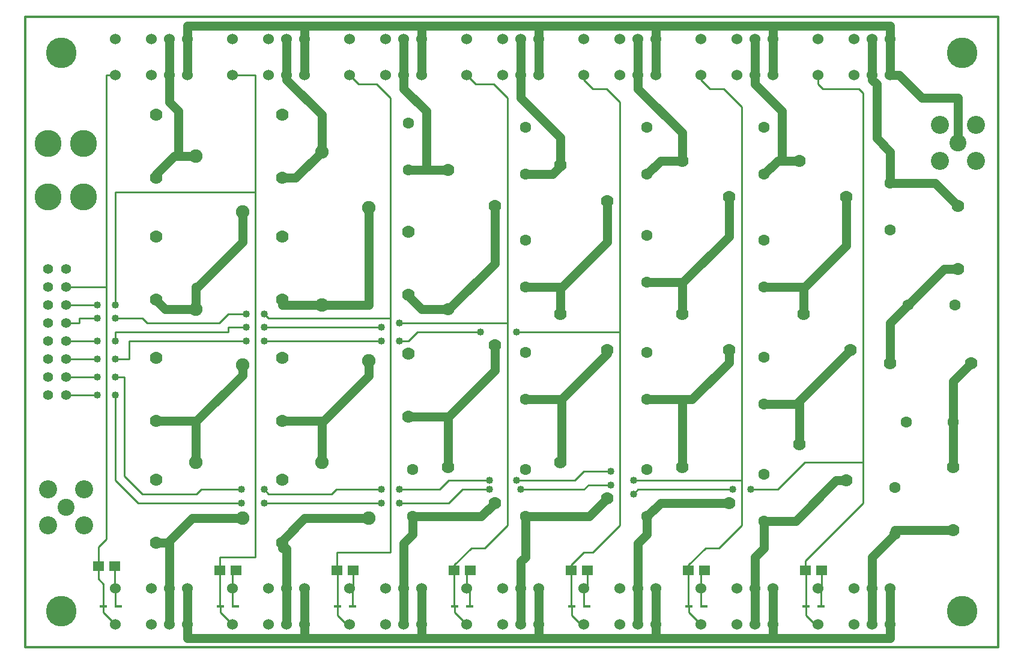
<source format=gbr>
G04 EasyPC Gerber Version 20.0.2 Build 4112 *
G04 #@! TF.Part,Single*
G04 #@! TF.FileFunction,Copper,L2,Bot *
%FSLAX35Y35*%
%MOIN*%
%ADD11C,0.01000*%
%ADD10C,0.01200*%
G04 #@! TA.AperFunction,WasherPad*
%ADD13C,0.04000*%
G04 #@! TD.AperFunction*
%ADD84C,0.05000*%
G04 #@! TA.AperFunction,ComponentPad*
%ADD73C,0.05500*%
G04 #@! TA.AperFunction,WasherPad*
%ADD14C,0.06000*%
G04 #@! TA.AperFunction,ComponentPad*
%ADD71C,0.06299*%
%ADD108C,0.07000*%
%ADD107C,0.07500*%
%ADD21C,0.09449*%
%ADD22C,0.10039*%
%ADD109C,0.15000*%
G04 #@! TA.AperFunction,WasherPad*
%ADD12C,0.17000*%
G04 #@! TA.AperFunction,SMDPad*
%ADD27R,0.03937X0.01811*%
%ADD25R,0.06000X0.05500*%
X0Y0D02*
D02*
D10*
X1250Y600D02*
X541250D01*
Y350600*
X1250*
Y600*
D02*
D11*
X23750Y140600D02*
X41250D01*
X23750Y150600D02*
X41250D01*
X23750Y160600D02*
X41250D01*
X23750Y170600D02*
X41250D01*
X23750Y180600D02*
X31250D01*
Y183100*
X41250*
X23750Y190600D02*
X41250D01*
X23750Y200600D02*
X46250D01*
X41750Y45600D02*
Y56100D01*
X46250Y60600*
Y200600*
X44616Y23100D02*
Y35600D01*
X42116Y38100*
X41750*
Y45600*
X46250Y200600D02*
Y318100D01*
X51250*
X50750Y45600D02*
Y33100D01*
X51250*
Y13100D02*
X44616Y19734D01*
Y23100*
X51250Y33100D02*
Y23100D01*
X52884*
X51250Y140600D02*
Y93100D01*
X63750Y80600*
X121250*
X51250Y150600D02*
X56250D01*
Y95600*
X66250Y85600*
X96250*
X98750Y88100*
X121250*
X51250Y190600D02*
Y253100D01*
X128750*
X109250Y43100D02*
Y50600D01*
X128750*
Y208100*
X109616Y23100D02*
X109250D01*
Y43100*
X116250Y13100D02*
X109616Y19734D01*
Y23100*
X116250Y33100D02*
Y43100D01*
X118250*
X116250Y33100D02*
Y23100D01*
X117884*
X123750Y170600D02*
X58750D01*
Y160600*
X51250*
X123750Y178100D02*
X113750D01*
Y175600*
X51250*
Y170600*
X123750Y185600D02*
X113750D01*
X108750Y180600*
X68750*
X66250Y183100*
X51250*
X128750Y208100D02*
Y253100D01*
Y318100*
X116250*
X133750Y80600D02*
X198750D01*
X133750Y88100D02*
X136250Y85600D01*
X171250*
X173750Y88100*
X198750*
X133750Y170600D02*
X198750D01*
X133750Y178100D02*
X198750D01*
X133750Y185600D02*
X136250Y183100D01*
X203750*
X174250Y43100D02*
Y53100D01*
X203750*
Y183100*
X174616Y23100D02*
Y43100D01*
X174250*
X181250Y13100D02*
X179616D01*
X174616Y18100*
Y23100*
X181250Y33100D02*
X182884D01*
Y23100*
X181250Y33100D02*
X183250D01*
Y43100*
X203750Y183100D02*
Y185600D01*
Y305600*
X196250Y313100*
X186250*
X181250Y318100*
X208750Y80600D02*
X236250D01*
X243750Y88100*
X258750*
X208750D02*
X231250D01*
X236250Y93100*
X258750*
X208750Y170600D02*
X213750D01*
X218750Y175600*
X253750*
X208750Y180600D02*
X268750D01*
X239250Y43100D02*
Y46100D01*
X248750Y55600*
X256250*
X268750Y68100*
Y180600*
X239616Y23100D02*
X239250D01*
Y43100*
X246250Y13100D02*
X239616Y19734D01*
Y23100*
X246250Y33100D02*
X247884D01*
Y23100*
X246250Y33100D02*
Y43100D01*
X248250*
X268750Y180600D02*
Y305600D01*
X261250Y313100*
X251250*
X246250Y318100*
X273750Y175600D02*
X331250D01*
X304250Y43100D02*
Y46100D01*
X311250Y53100*
X316250*
X331250Y68100*
Y175600*
X304616Y23100D02*
X304250D01*
Y43100*
X311250Y13100D02*
X309616D01*
X304616Y18100*
Y23100*
X311250Y33100D02*
Y23100D01*
X312884*
X311250Y33100D02*
X313250D01*
Y43100*
X326250Y90600D02*
X313750D01*
X311250Y88100*
X276250*
X326250Y98100D02*
X311250D01*
X306250Y93100*
X273750*
X331250Y175600D02*
Y303100D01*
X323750Y310600*
X316250*
X311250Y315600*
Y318100*
X338750Y85600D02*
X341250Y88100D01*
X393750*
X338750Y93100D02*
X398750D01*
X369250Y43100D02*
Y46100D01*
X378750Y55600*
X386250*
X398750Y68100*
Y88100*
Y93100*
X369616Y23100D02*
X369250D01*
Y43100*
X376250Y13100D02*
X369616Y19734D01*
Y23100*
X376250Y33100D02*
Y23100D01*
X377884*
X376250Y33100D02*
Y43100D01*
X378250*
X398750Y93100D02*
Y300600D01*
X388750Y310600*
X381250*
X376250Y315600*
Y318100*
X403750Y88100D02*
X418750D01*
X433750Y103100*
X466250*
X434250Y43100D02*
Y48600D01*
X466250Y80600*
Y103100*
X434616Y23100D02*
Y43100D01*
X434250*
X441250Y13100D02*
X439616D01*
X434616Y18100*
Y23100*
X441250Y33100D02*
X442884D01*
Y23100*
X441250Y33100D02*
X443250D01*
Y43100*
X466250Y103100D02*
Y308100D01*
X463750Y310600*
X443750*
X441250Y313100*
Y318100*
D02*
D12*
X21250Y20600D03*
Y330600D03*
X521250Y20600D03*
Y330600D03*
D02*
D13*
X41250Y140600D03*
Y150600D03*
Y160600D03*
Y170600D03*
Y183100D03*
Y190600D03*
X51250Y140600D03*
Y150600D03*
Y160600D03*
Y170600D03*
Y183100D03*
Y190600D03*
X91250Y5600D03*
X121250Y80600D03*
Y88100D03*
X123750Y170600D03*
Y178100D03*
Y185600D03*
X133750Y80600D03*
Y88100D03*
Y170600D03*
Y178100D03*
Y185600D03*
X198750Y80600D03*
Y88100D03*
Y170600D03*
Y178100D03*
X208750Y80600D03*
Y88100D03*
Y170600D03*
Y180600D03*
X253750Y175600D03*
X258750Y88100D03*
Y93100D03*
X273750D03*
Y175600D03*
X276250Y88100D03*
X326250Y90600D03*
Y98100D03*
X338750Y85600D03*
Y93100D03*
X393750Y88100D03*
X403750D03*
D02*
D14*
X51250Y13100D03*
Y33100D03*
Y318100D03*
Y338100D03*
X71250Y13100D03*
Y33100D03*
Y318100D03*
Y338100D03*
X81250Y13100D03*
Y33100D03*
Y318100D03*
Y338100D03*
X91250Y13100D03*
Y33100D03*
Y318100D03*
Y338100D03*
X116250Y13100D03*
Y33100D03*
Y318100D03*
Y338100D03*
X136250Y13100D03*
Y33100D03*
Y318100D03*
Y338100D03*
X146250Y13100D03*
Y33100D03*
Y318100D03*
Y338100D03*
X156250Y13100D03*
Y33100D03*
Y318100D03*
Y338100D03*
X181250Y13100D03*
Y33100D03*
Y318100D03*
Y338100D03*
X201250Y13100D03*
Y33100D03*
Y318100D03*
Y338100D03*
X211250Y13100D03*
Y33100D03*
Y318100D03*
Y338100D03*
X221250Y13100D03*
Y33100D03*
Y318100D03*
Y338100D03*
X246250Y13100D03*
Y33100D03*
Y318100D03*
Y338100D03*
X266250Y13100D03*
Y33100D03*
Y318100D03*
Y338100D03*
X276250Y13100D03*
Y33100D03*
Y318100D03*
Y338100D03*
X286250Y13100D03*
Y33100D03*
Y318100D03*
Y338100D03*
X311250Y13100D03*
Y33100D03*
Y318100D03*
Y338100D03*
X331250Y13100D03*
Y33100D03*
Y318100D03*
Y338100D03*
X341250Y13100D03*
Y33100D03*
Y318100D03*
Y338100D03*
X351250Y13100D03*
Y33100D03*
Y318100D03*
Y338100D03*
X376250Y13100D03*
Y33100D03*
Y318100D03*
Y338100D03*
X396250Y13100D03*
Y33100D03*
Y318100D03*
Y338100D03*
X406250Y13100D03*
Y33100D03*
Y318100D03*
Y338100D03*
X416250Y13100D03*
Y33100D03*
Y318100D03*
Y338100D03*
X441250Y13100D03*
Y33100D03*
Y318100D03*
Y338100D03*
X461250Y13100D03*
Y33100D03*
Y318100D03*
Y338100D03*
X471250Y13100D03*
Y33100D03*
Y318100D03*
Y338100D03*
X481250Y13100D03*
Y33100D03*
Y318100D03*
Y338100D03*
D02*
D71*
X213750Y265600D03*
Y291600D03*
X216250Y73100D03*
Y99100D03*
X278750Y73100D03*
Y99100D03*
Y138100D03*
Y164100D03*
Y200600D03*
Y226600D03*
Y263100D03*
Y289100D03*
X346250Y73100D03*
Y99100D03*
Y138100D03*
Y164100D03*
Y203100D03*
Y229100D03*
Y263100D03*
Y289100D03*
X411250Y70600D03*
Y96600D03*
Y135600D03*
Y161600D03*
Y200600D03*
Y226600D03*
Y263100D03*
Y289100D03*
X481250Y232100D03*
Y258100D03*
X483750Y63100D03*
Y89100D03*
X490250Y125600D03*
X491250Y190600D03*
X516250Y125600D03*
X517250Y190600D03*
D02*
D21*
X23750Y78198D03*
X518750Y280698D03*
D02*
D22*
X13750Y68198D03*
Y88198D03*
X33750Y68198D03*
Y88198D03*
X508750Y270698D03*
Y290698D03*
X528750Y270698D03*
Y290698D03*
D02*
D25*
X41750Y45600D03*
X50750D03*
X109250Y43100D03*
X118250D03*
X174250D03*
X183250D03*
X239250D03*
X248250D03*
X304250D03*
X313250D03*
X369250D03*
X378250D03*
X434250D03*
X443250D03*
D02*
D27*
X44616Y23100D03*
X52884D03*
X109616D03*
X117884D03*
X174616D03*
X182884D03*
X239616D03*
X247884D03*
X304616D03*
X312884D03*
X369616D03*
X377884D03*
X434616D03*
X442884D03*
D02*
D73*
X13750Y140600D03*
Y150600D03*
Y160600D03*
Y170600D03*
Y180600D03*
Y190600D03*
Y200600D03*
Y210600D03*
X23750Y140600D03*
Y150600D03*
Y160600D03*
Y170600D03*
Y180600D03*
Y190600D03*
Y200600D03*
Y210600D03*
D02*
D84*
X73750Y126100D02*
X96250D01*
X121750Y151600*
Y157100*
X73750Y126100D02*
X95750D01*
Y103100*
X73750Y193600D02*
Y193100D01*
X78750Y188100*
X95750*
X73750Y261100D02*
Y263100D01*
X83750Y273100*
X95750*
X81250Y13100D02*
Y33100D01*
Y58600*
X73750*
X81250Y318100D02*
Y303100D01*
X86250Y298100*
Y273100*
X95750*
X81250Y338100D02*
Y318100D01*
X91250Y5600D02*
X156250D01*
X91250Y13100D02*
Y5600D01*
Y33100D02*
Y13100D01*
Y318100D02*
Y338100D01*
Y345600*
X156250*
X121750Y72100D02*
X93750D01*
X81250Y59600*
Y58600*
X121750Y242100D02*
Y225600D01*
X96750Y200600*
X95750*
Y188100*
X143750Y58600D02*
Y55600D01*
X145750*
X146250Y55100*
Y33100*
X143750Y193600D02*
Y190600D01*
X165750*
X146250Y13100D02*
Y33100D01*
Y318100D02*
Y315600D01*
X165750Y296100*
Y275600*
X146250Y338100D02*
Y318100D01*
X156250Y5600D02*
Y13100D01*
Y33100*
Y318100D02*
Y338100D01*
Y345600*
X221250*
X165750Y103100D02*
Y126100D01*
X143750*
X165750Y190600D02*
X191750D01*
Y244600*
X165750Y275600D02*
X151250Y261100D01*
X143750*
X191750Y72100D02*
X156250D01*
X143750Y59600*
Y58600*
X191750Y159600D02*
Y151100D01*
X166250Y125600*
X165750*
Y126100*
X211250Y13100D02*
Y33100D01*
Y58100*
X216250Y63100*
Y73100*
X211250Y338100D02*
Y318100D01*
X213750Y128600D02*
X236250D01*
X261750Y154100*
Y168100*
X213750Y196100D02*
Y195600D01*
X221250Y188100*
X235750*
X213750Y265600D02*
X223750D01*
Y298100*
X211250Y310600*
Y318100*
X213750Y265600D02*
X235750D01*
X216250Y73100D02*
X254250D01*
X261750Y80600*
X221250Y5600D02*
X156250D01*
X221250Y13100D02*
Y5600D01*
Y33100D02*
Y13100D01*
Y318100D02*
Y338100D01*
Y345600*
X286250*
X235750Y100600D02*
Y128600D01*
X213750*
X261750Y245600D02*
Y213600D01*
X236250Y188100*
X235750*
X276250Y13100D02*
Y33100D01*
Y48100*
X278750Y50600*
Y73100*
X276250Y318100D02*
Y305600D01*
X298250Y283600*
Y268100*
X276250Y338100D02*
Y318100D01*
X278750Y73100D02*
X314250D01*
X324250Y83100*
X278750Y200600D02*
X298250D01*
Y185600*
X278750Y263100D02*
X293750D01*
X298250Y267600*
Y268100*
X286250Y5600D02*
X221250D01*
X286250Y13100D02*
Y5600D01*
Y33100D02*
Y13100D01*
Y318100D02*
Y338100D01*
Y345600*
X351250*
X298250Y103100D02*
X298750D01*
Y138100*
X278750*
X324250Y165600D02*
Y163600D01*
X298750Y138100*
X324250Y248100D02*
Y225600D01*
X299250Y200600*
X278750*
X341250Y13100D02*
Y33100D01*
Y58100*
X346250Y63100*
Y73100*
X341250Y318100D02*
Y310600D01*
X365750Y286100*
Y270600*
X341250Y338100D02*
Y318100D01*
X346250Y73100D02*
X353750Y80600D01*
X391750*
X346250Y138100D02*
X371250D01*
X391750Y158600*
Y165600*
X346250Y138100D02*
X365750D01*
Y100600*
X346250Y203100D02*
X365750D01*
Y185600*
X351250Y5600D02*
X286250D01*
X351250Y13100D02*
Y5600D01*
Y33100D02*
Y13100D01*
Y318100D02*
Y338100D01*
Y345600*
X416250*
X365750Y270600D02*
X353750D01*
X346250Y263100*
X391750Y250600D02*
Y228600D01*
X366250Y203100*
X346250*
X406250Y13100D02*
Y33100D01*
Y50600*
X411250Y55600*
Y70600*
X406250Y338100D02*
Y318100D01*
X411250Y70600D02*
X428750D01*
X451250Y93100*
X456750*
X411250Y135600D02*
X429250D01*
X459250Y165600*
X411250Y200600D02*
X433750D01*
X456750Y223600*
Y250600*
X411250Y200600D02*
X433250D01*
Y185600*
X411250Y263100D02*
X418750Y270600D01*
X430750*
X416250Y5600D02*
X351250D01*
X416250Y13100D02*
Y5600D01*
Y33100D02*
Y13100D01*
Y338100D02*
Y318100D01*
Y345600D02*
Y338100D01*
X430750Y113100D02*
Y135600D01*
X411250*
X430750Y270600D02*
X421250D01*
Y298100*
X406250Y313100*
Y318100*
X471250Y13100D02*
Y33100D01*
Y50600*
X483750Y63100*
X471250Y318100D02*
Y315600D01*
X473750Y313100*
Y283100*
X481250Y275600*
Y258100*
X471250Y338100D02*
Y318100D01*
X481250Y13100D02*
Y5600D01*
X416250*
X481250Y33100D02*
Y13100D01*
Y158100D02*
Y180600D01*
X491250Y190600*
X481250Y318100D02*
Y338100D01*
Y345600*
X416250*
X483750Y63100D02*
Y65600D01*
X516250*
Y100600D02*
Y125600D01*
Y148100*
X526250Y158100*
X518750Y210600D02*
X511250D01*
X491250Y190600*
X518750Y245600D02*
X506250Y258100D01*
X481250*
X518750Y280698D02*
Y305600D01*
X498750*
X486250Y318100*
X481250*
D02*
D107*
X95750Y103100D03*
Y188100D03*
Y273100D03*
X121750Y72100D03*
Y157100D03*
Y242100D03*
X165750Y103100D03*
Y190600D03*
Y275600D03*
X191750Y72100D03*
Y159600D03*
Y244600D03*
D02*
D108*
X73750Y58600D03*
Y93600D03*
Y126100D03*
Y161100D03*
Y193600D03*
Y228600D03*
Y261100D03*
Y296100D03*
X143750Y58600D03*
Y93600D03*
Y126100D03*
Y161100D03*
Y193600D03*
Y228600D03*
Y261100D03*
Y296100D03*
X213750Y128600D03*
Y163600D03*
Y196100D03*
Y231100D03*
X235750Y100600D03*
Y188100D03*
Y265600D03*
X261750Y80600D03*
Y168100D03*
Y245600D03*
X298250Y103100D03*
Y185600D03*
Y268100D03*
X324250Y83100D03*
Y165600D03*
Y248100D03*
X365750Y100600D03*
Y185600D03*
Y270600D03*
X391750Y80600D03*
Y165600D03*
Y250600D03*
X430750Y113100D03*
Y270600D03*
X433250Y185600D03*
X456750Y93100D03*
Y250600D03*
X459250Y165600D03*
X481250Y158100D03*
X516250Y65600D03*
Y100600D03*
X518750Y210600D03*
Y245600D03*
X526250Y158100D03*
D02*
D109*
X13750Y250600D03*
Y280100D03*
X33450Y250600D03*
Y280100D03*
X0Y0D02*
M02*

</source>
